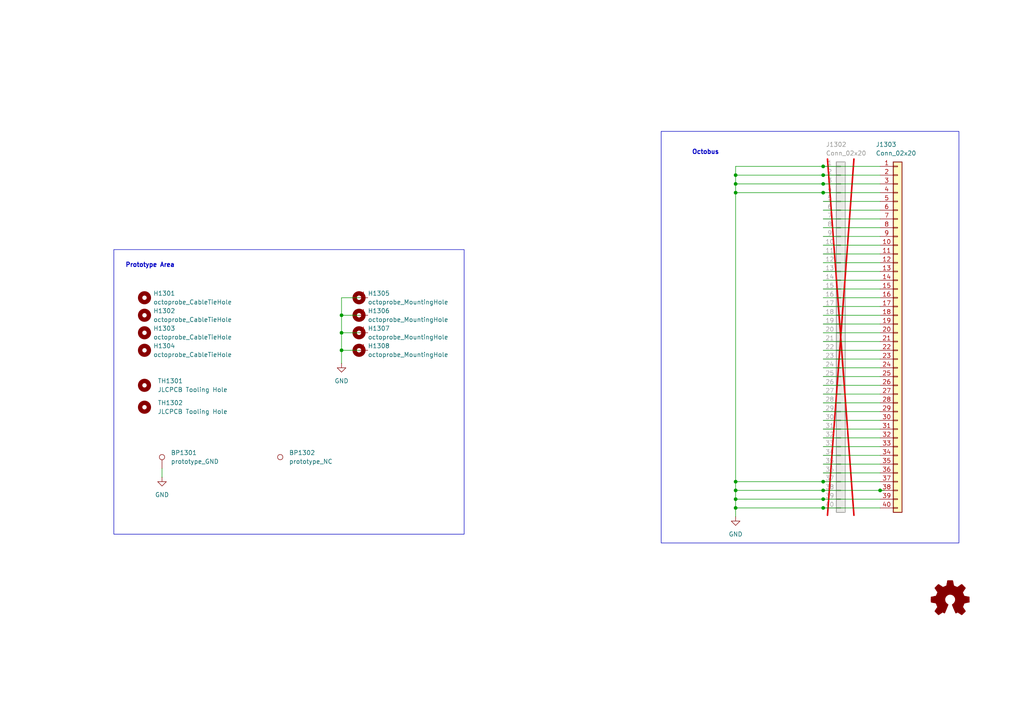
<source format=kicad_sch>
(kicad_sch (version 20231120) (generator "eeschema") (generator_version "8.0")
  (paper "A4")
  (title_block (title "Octoprobe tentacle") (date "2025-02-13") (rev "0.4") (company "Hans Märki, Märki Informatik") (comment 1 "The MIT License (MIT)"))
  (lib_symbols
    (symbol "00_project_library:JLCPCB_ToolingHole" (pin_numbers hide) (pin_names (offset 0) hide) (in_bom no)
      (property "Reference" "TH" (at 3.81 1.27 0))
      (property "Value" "JLCPCB Tooling Hole" (at 3.81 -1.27 0))
      (symbol "JLCPCB_ToolingHole_0_1"
        (circle (center 0 0) (radius 1.27) (stroke (width 1.27)))
      )
    )
    (symbol "00_project_library:octoprobe_CableTieHole" (pin_numbers hide) (pin_names (offset 0) hide) (in_bom no)
      (property "Reference" "H" (at 0 5.08 0))
      (property "Value" "octoprobe_CableTieHole" (at 0 3.175 0))
      (symbol "octoprobe_CableTieHole_0_1"
        (circle (center 0 0) (radius 1.27) (stroke (width 1.27)))
      )
    )
    (symbol "00_project_library:octoprobe_MountingHole" (pin_names (offset 1.016))
      (property "Reference" "H" (at 0 5.08 0))
      (property "Value" "octoprobe_MountingHole" (at 0 3.175 0))
      (symbol "octoprobe_MountingHole_0_0"
        (pin power_in line (at 0 0 0) (length 2.54) (name "") (number "1"))
      )
      (symbol "octoprobe_MountingHole_0_1"
        (circle (center 0 0) (radius 1.27) (stroke (width 1.27)))
      )
    )
    (symbol "00_project_library:octoprobe_breakout_BP" (pin_numbers hide) (pin_names (offset 0.762) hide)
      (property "Reference" "BP" (at 0 6.858 0))
      (property "Value" "octoprobe_prototype_board" (at 0 5.08 0))
      (symbol "octoprobe_breakout_BP_0_1"
        (circle (center 0 3.302) (radius 0.762))
      )
      (symbol "octoprobe_breakout_BP_1_1"
        (pin passive line (at 0 0 90) (length 2.54) (name "1") (number "1"))
      )
    )
    (symbol "00_project_library:octoprobe_breakout_PB_NC" (pin_numbers hide) (pin_names (offset 0.762) hide)
      (property "Reference" "BP" (at 0 6.858 0))
      (property "Value" "octoprobe_prototype_board" (at 0 5.08 0))
      (symbol "octoprobe_breakout_PB_NC_0_1"
        (circle (center 0 3.302) (radius 0.762))
      )
    )
    (symbol "Connector_Generic:Conn_01x40" (pin_names (offset 1.016) hide)
      (property "Reference" "J" (at 0 50.8 0))
      (property "Value" "Conn_01x40" (at 0 -53.34 0))
      (symbol "Conn_01x40_1_1"
        (rectangle (start -1.27 -50.673) (end 0 -50.927) (stroke (width 0.1524)))
        (rectangle (start -1.27 -48.133) (end 0 -48.387) (stroke (width 0.1524)))
        (rectangle (start -1.27 -45.593) (end 0 -45.847) (stroke (width 0.1524)))
        (rectangle (start -1.27 -43.053) (end 0 -43.307) (stroke (width 0.1524)))
        (rectangle (start -1.27 -40.513) (end 0 -40.767) (stroke (width 0.1524)))
        (rectangle (start -1.27 -37.973) (end 0 -38.227) (stroke (width 0.1524)))
        (rectangle (start -1.27 -35.433) (end 0 -35.687) (stroke (width 0.1524)))
        (rectangle (start -1.27 -32.893) (end 0 -33.147) (stroke (width 0.1524)))
        (rectangle (start -1.27 -30.353) (end 0 -30.607) (stroke (width 0.1524)))
        (rectangle (start -1.27 -27.813) (end 0 -28.067) (stroke (width 0.1524)))
        (rectangle (start -1.27 -25.273) (end 0 -25.527) (stroke (width 0.1524)))
        (rectangle (start -1.27 -22.733) (end 0 -22.987) (stroke (width 0.1524)))
        (rectangle (start -1.27 -20.193) (end 0 -20.447) (stroke (width 0.1524)))
        (rectangle (start -1.27 -17.653) (end 0 -17.907) (stroke (width 0.1524)))
        (rectangle (start -1.27 -15.113) (end 0 -15.367) (stroke (width 0.1524)))
        (rectangle (start -1.27 -12.573) (end 0 -12.827) (stroke (width 0.1524)))
        (rectangle (start -1.27 -10.033) (end 0 -10.287) (stroke (width 0.1524)))
        (rectangle (start -1.27 -7.493) (end 0 -7.747) (stroke (width 0.1524)))
        (rectangle (start -1.27 -4.953) (end 0 -5.207) (stroke (width 0.1524)))
        (rectangle (start -1.27 -2.413) (end 0 -2.667) (stroke (width 0.1524)))
        (rectangle (start -1.27 0.127) (end 0 -0.127) (stroke (width 0.1524)))
        (rectangle (start -1.27 2.667) (end 0 2.413) (stroke (width 0.1524)))
        (rectangle (start -1.27 5.207) (end 0 4.953) (stroke (width 0.1524)))
        (rectangle (start -1.27 7.747) (end 0 7.493) (stroke (width 0.1524)))
        (rectangle (start -1.27 10.287) (end 0 10.033) (stroke (width 0.1524)))
        (rectangle (start -1.27 12.827) (end 0 12.573) (stroke (width 0.1524)))
        (rectangle (start -1.27 15.367) (end 0 15.113) (stroke (width 0.1524)))
        (rectangle (start -1.27 17.907) (end 0 17.653) (stroke (width 0.1524)))
        (rectangle (start -1.27 20.447) (end 0 20.193) (stroke (width 0.1524)))
        (rectangle (start -1.27 22.987) (end 0 22.733) (stroke (width 0.1524)))
        (rectangle (start -1.27 25.527) (end 0 25.273) (stroke (width 0.1524)))
        (rectangle (start -1.27 28.067) (end 0 27.813) (stroke (width 0.1524)))
        (rectangle (start -1.27 30.607) (end 0 30.353) (stroke (width 0.1524)))
        (rectangle (start -1.27 33.147) (end 0 32.893) (stroke (width 0.1524)))
        (rectangle (start -1.27 35.687) (end 0 35.433) (stroke (width 0.1524)))
        (rectangle (start -1.27 38.227) (end 0 37.973) (stroke (width 0.1524)))
        (rectangle (start -1.27 40.767) (end 0 40.513) (stroke (width 0.1524)))
        (rectangle (start -1.27 43.307) (end 0 43.053) (stroke (width 0.1524)))
        (rectangle (start -1.27 45.847) (end 0 45.593) (stroke (width 0.1524)))
        (rectangle (start -1.27 48.387) (end 0 48.133) (stroke (width 0.1524)))
        (rectangle (start -1.27 49.53) (end 1.27 -52.07) (stroke (width 0.254)) (fill (type background)))
        (pin passive line (at -5.08 48.26 0) (length 3.81) (name "Pin_1") (number "1"))
        (pin passive line (at -5.08 25.4 0) (length 3.81) (name "Pin_10") (number "10"))
        (pin passive line (at -5.08 22.86 0) (length 3.81) (name "Pin_11") (number "11"))
        (pin passive line (at -5.08 20.32 0) (length 3.81) (name "Pin_12") (number "12"))
        (pin passive line (at -5.08 17.78 0) (length 3.81) (name "Pin_13") (number "13"))
        (pin passive line (at -5.08 15.24 0) (length 3.81) (name "Pin_14") (number "14"))
        (pin passive line (at -5.08 12.7 0) (length 3.81) (name "Pin_15") (number "15"))
        (pin passive line (at -5.08 10.16 0) (length 3.81) (name "Pin_16") (number "16"))
        (pin passive line (at -5.08 7.62 0) (length 3.81) (name "Pin_17") (number "17"))
        (pin passive line (at -5.08 5.08 0) (length 3.81) (name "Pin_18") (number "18"))
        (pin passive line (at -5.08 2.54 0) (length 3.81) (name "Pin_19") (number "19"))
        (pin passive line (at -5.08 45.72 0) (length 3.81) (name "Pin_2") (number "2"))
        (pin passive line (at -5.08 0 0) (length 3.81) (name "Pin_20") (number "20"))
        (pin passive line (at -5.08 -2.54 0) (length 3.81) (name "Pin_21") (number "21"))
        (pin passive line (at -5.08 -5.08 0) (length 3.81) (name "Pin_22") (number "22"))
        (pin passive line (at -5.08 -7.62 0) (length 3.81) (name "Pin_23") (number "23"))
        (pin passive line (at -5.08 -10.16 0) (length 3.81) (name "Pin_24") (number "24"))
        (pin passive line (at -5.08 -12.7 0) (length 3.81) (name "Pin_25") (number "25"))
        (pin passive line (at -5.08 -15.24 0) (length 3.81) (name "Pin_26") (number "26"))
        (pin passive line (at -5.08 -17.78 0) (length 3.81) (name "Pin_27") (number "27"))
        (pin passive line (at -5.08 -20.32 0) (length 3.81) (name "Pin_28") (number "28"))
        (pin passive line (at -5.08 -22.86 0) (length 3.81) (name "Pin_29") (number "29"))
        (pin passive line (at -5.08 43.18 0) (length 3.81) (name "Pin_3") (number "3"))
        (pin passive line (at -5.08 -25.4 0) (length 3.81) (name "Pin_30") (number "30"))
        (pin passive line (at -5.08 -27.94 0) (length 3.81) (name "Pin_31") (number "31"))
        (pin passive line (at -5.08 -30.48 0) (length 3.81) (name "Pin_32") (number "32"))
        (pin passive line (at -5.08 -33.02 0) (length 3.81) (name "Pin_33") (number "33"))
        (pin passive line (at -5.08 -35.56 0) (length 3.81) (name "Pin_34") (number "34"))
        (pin passive line (at -5.08 -38.1 0) (length 3.81) (name "Pin_35") (number "35"))
        (pin passive line (at -5.08 -40.64 0) (length 3.81) (name "Pin_36") (number "36"))
        (pin passive line (at -5.08 -43.18 0) (length 3.81) (name "Pin_37") (number "37"))
        (pin passive line (at -5.08 -45.72 0) (length 3.81) (name "Pin_38") (number "38"))
        (pin passive line (at -5.08 -48.26 0) (length 3.81) (name "Pin_39") (number "39"))
        (pin passive line (at -5.08 40.64 0) (length 3.81) (name "Pin_4") (number "4"))
        (pin passive line (at -5.08 -50.8 0) (length 3.81) (name "Pin_40") (number "40"))
        (pin passive line (at -5.08 38.1 0) (length 3.81) (name "Pin_5") (number "5"))
        (pin passive line (at -5.08 35.56 0) (length 3.81) (name "Pin_6") (number "6"))
        (pin passive line (at -5.08 33.02 0) (length 3.81) (name "Pin_7") (number "7"))
        (pin passive line (at -5.08 30.48 0) (length 3.81) (name "Pin_8") (number "8"))
        (pin passive line (at -5.08 27.94 0) (length 3.81) (name "Pin_9") (number "9"))
      )
    )
    (symbol "Graphic:Logo_Open_Hardware_Small" (in_bom no) (on_board no)
      (symbol "Logo_Open_Hardware_Small_0_1"
        (polyline (pts (xy 3.3528 -4.3434) (xy 3.302 -4.318) (xy 3.175 -4.2418) (xy 2.9972 -4.1148) (xy 2.7686 -3.9624) (xy 2.54 -3.81) (xy 2.3622 -3.7084) (xy 2.2352 -3.6068) (xy 2.1844 -3.5814) (xy 2.159 -3.6068) (xy 2.0574 -3.6576) (xy 1.905 -3.7338) (xy 1.8034 -3.7846) (xy 1.6764 -3.8354) (xy 1.6002 -3.8354) (xy 1.6002 -3.8354) (xy 1.5494 -3.7338) (xy 1.4732 -3.5306) (xy 1.3462 -3.302) (xy 1.2446 -3.0226) (xy 1.1176 -2.7178) (xy 0.9652 -2.413) (xy 0.8636 -2.1082) (xy 0.7366 -1.8288) (xy 0.6604 -1.6256) (xy 0.6096 -1.4732) (xy 0.5842 -1.397) (xy 0.5842 -1.397) (xy 0.6604 -1.3208) (xy 0.7874 -1.2446) (xy 1.0414 -1.016) (xy 1.2954 -0.6858) (xy 1.4478 -0.3302) (xy 1.524 0.0762) (xy 1.4732 0.4572) (xy 1.3208 0.8128) (xy 1.0668 1.143) (xy 0.762 1.3716) (xy 0.4064 1.524) (xy 0 1.5748) (xy -0.381 1.5494) (xy -0.7366 1.397) (xy -1.0668 1.143) (xy -1.2192 0.9906) (xy -1.397 0.6604) (xy -1.524 0.3048) (xy -1.524 0.2286) (xy -1.4986 -0.1778) (xy -1.397 -0.5334) (xy -1.1938 -0.8636) (xy -0.9144 -1.143) (xy -0.8636 -1.1684) (xy -0.7366 -1.27) (xy -0.635 -1.3462) (xy -0.5842 -1.397) (xy -1.0668 -2.5908) (xy -1.143 -2.794) (xy -1.2954 -3.1242) (xy -1.397 -3.4036) (xy -1.4986 -3.6322) (xy -1.5748 -3.7846) (xy -1.6002 -3.8354) (xy -1.6002 -3.8354) (xy -1.651 -3.8354) (xy -1.7272 -3.81) (xy -1.905 -3.7338) (xy -2.0066 -3.683) (xy -2.1336 -3.6068) (xy -2.2098 -3.5814) (xy -2.2606 -3.6068) (xy -2.3622 -3.683) (xy -2.54 -3.81) (xy -2.7686 -3.9624) (xy -2.9718 -4.0894) (xy -3.1496 -4.2164) (xy -3.302 -4.318) (xy -3.3528 -4.3434) (xy -3.3782 -4.3434) (xy -3.429 -4.318) (xy -3.5306 -4.2164) (xy -3.7084 -4.064) (xy -3.937 -3.8354) (xy -3.9624 -3.81) (xy -4.1656 -3.6068) (xy -4.318 -3.4544) (xy -4.4196 -3.3274) (xy -4.445 -3.2766) (xy -4.445 -3.2766) (xy -4.4196 -3.2258) (xy -4.318 -3.0734) (xy -4.2164 -2.8956) (xy -4.064 -2.667) (xy -3.6576 -2.0828) (xy -3.8862 -1.5494) (xy -3.937 -1.3716) (xy -4.0386 -1.1684) (xy -4.0894 -1.0414) (xy -4.1148 -0.9652) (xy -4.191 -0.9398) (xy -4.318 -0.9144) (xy -4.5466 -0.8636) (xy -4.8006 -0.8128) (xy -5.0546 -0.7874) (xy -5.2578 -0.7366) (xy -5.4356 -0.7112) (xy -5.5118 -0.6858) (xy -5.5118 -0.6858) (xy -5.5372 -0.635) (xy -5.5372 -0.5588) (xy -5.5372 -0.4318) (xy -5.5626 -0.2286) (xy -5.5626 0.0762) (xy -5.5626 0.127) (xy -5.5372 0.4064) (xy -5.5372 0.635) (xy -5.5372 0.762) (xy -5.5372 0.8382) (xy -5.5372 0.8382) (xy -5.461 0.8382) (xy -5.3086 0.889) (xy -5.08 0.9144) (xy -4.826 0.9652) (xy -4.8006 0.9906) (xy -4.5466 1.0414) (xy -4.318 1.0668) (xy -4.1656 1.1176) (xy -4.0894 1.143) (xy -4.0894 1.143) (xy -4.0386 1.2446) (xy -3.9624 1.4224) (xy -3.8608 1.6256) (xy -3.7846 1.8288) (xy -3.7084 2.0066) (xy -3.6576 2.159) (xy -3.6322 2.2098) (xy -3.6322 2.2098) (xy -3.683 2.286) (xy -3.7592 2.413) (xy -3.8862 2.5908) (xy -4.064 2.8194) (xy -4.064 2.8448) (xy -4.2164 3.0734) (xy -4.3434 3.2512) (xy -4.4196 3.3782) (xy -4.445 3.4544) (xy -4.445 3.4544) (xy -4.3942 3.5052) (xy -4.2926 3.6322) (xy -4.1148 3.81) (xy -3.937 4.0132) (xy -3.8608 4.064) (xy -3.6576 4.2926) (xy -3.5052 4.4196) (xy -3.4036 4.4958) (xy -3.3528 4.5212) (xy -3.3528 4.5212) (xy -3.302 4.4704) (xy -3.1496 4.3688) (xy -2.9718 4.2418) (xy -2.7432 4.0894) (xy -2.7178 4.0894) (xy -2.4892 3.937) (xy -2.3114 3.81) (xy -2.1844 3.7084) (xy -2.1336 3.683) (xy -2.1082 3.683) (xy -2.032 3.7084) (xy -1.8542 3.7592) (xy -1.6764 3.8354) (xy -1.4732 3.937) (xy -1.27 4.0132) (xy -1.143 4.064) (xy -1.0668 4.1148) (xy -1.0668 4.1148) (xy -1.0414 4.191) (xy -1.016 4.3434) (xy -0.9652 4.572) (xy -0.9144 4.8514) (xy -0.889 4.9022) (xy -0.8382 5.1562) (xy -0.8128 5.3848) (xy -0.7874 5.5372) (xy -0.762 5.588) (xy -0.7112 5.6134) (xy -0.5842 5.6134) (xy -0.4064 5.6134) (xy -0.1524 5.6134) (xy 0.0762 5.6134) (xy 0.3302 5.6134) (xy 0.5334 5.6134) (xy 0.6858 5.588) (xy 0.7366 5.588) (xy 0.7366 5.588) (xy 0.762 5.5118) (xy 0.8128 5.334) (xy 0.8382 5.1054) (xy 0.9144 4.826) (xy 0.9144 4.7752) (xy 0.9652 4.5212) (xy 1.016 4.2926) (xy 1.0414 4.1402) (xy 1.0668 4.0894) (xy 1.0668 4.0894) (xy 1.1938 4.0386) (xy 1.3716 3.9624) (xy 1.5748 3.8608) (xy 2.0828 3.6576) (xy 2.7178 4.0894) (xy 2.7686 4.1402) (xy 2.9972 4.2926) (xy 3.175 4.4196) (xy 3.302 4.4958) (xy 3.3782 4.5212) (xy 3.3782 4.5212) (xy 3.429 4.4704) (xy 3.556 4.3434) (xy 3.7338 4.191) (xy 3.9116 3.9878) (xy 4.064 3.8354) (xy 4.2418 3.6576) (xy 4.3434 3.556) (xy 4.4196 3.4798) (xy 4.4196 3.429) (xy 4.4196 3.4036) (xy 4.3942 3.3274) (xy 4.2926 3.2004) (xy 4.1656 2.9972) (xy 4.0132 2.794) (xy 3.8862 2.5908) (xy 3.7592 2.3876) (xy 3.6576 2.2352) (xy 3.6322 2.159) (xy 3.6322 2.1336) (xy 3.683 2.0066) (xy 3.7592 1.8288) (xy 3.8608 1.6002) (xy 4.064 1.1176) (xy 4.3942 1.0414) (xy 4.5974 1.016) (xy 4.8768 0.9652) (xy 5.1308 0.9144) (xy 5.5372 0.8382) (xy 5.5626 -0.6604) (xy 5.4864 -0.6858) (xy 5.4356 -0.6858) (xy 5.2832 -0.7366) (xy 5.0546 -0.762) (xy 4.8006 -0.8128) (xy 4.5974 -0.8636) (xy 4.3688 -0.9144) (xy 4.2164 -0.9398) (xy 4.1402 -0.9398) (xy 4.1148 -0.9652) (xy 4.064 -1.0668) (xy 3.9878 -1.2446) (xy 3.9116 -1.4478) (xy 3.81 -1.651) (xy 3.7338 -1.8542) (xy 3.683 -2.0066) (xy 3.6576 -2.0828) (xy 3.683 -2.1336) (xy 3.7846 -2.2606) (xy 3.8862 -2.4638) (xy 4.0386 -2.667) (xy 4.191 -2.8956) (xy 4.318 -3.0734) (xy 4.3942 -3.2004) (xy 4.445 -3.2766) (xy 4.4196 -3.3274) (xy 4.3434 -3.429) (xy 4.1656 -3.5814) (xy 3.937 -3.8354) (xy 3.8862 -3.8608) (xy 3.683 -4.064) (xy 3.5306 -4.2164) (xy 3.4036 -4.318) (xy 3.3528 -4.3434)) (fill (type outline)))
      )
    )
    (symbol "power:GND" (power) (pin_numbers hide) (pin_names (offset 0) hide)
      (property "Value" "GND" (at 0 -3.81 0))
      (symbol "GND_0_1"
        (polyline (pts (xy 0 0) (xy 0 -1.27) (xy 1.27 -1.27) (xy 0 -2.54) (xy -1.27 -1.27) (xy 0 -1.27)))
      )
      (symbol "GND_1_1"
        (pin power_in line (at 0 0 270) (length 0) (name "~") (number "1"))
      )
    )
  )
  (junction (at 99.06 91.44))
  (junction (at 238.76 55.88))
  (junction (at 238.76 144.78))
  (junction (at 213.36 142.24))
  (junction (at 238.76 50.8))
  (junction (at 238.76 142.24))
  (junction (at 99.06 96.52))
  (junction (at 213.36 144.78))
  (junction (at 238.76 53.34))
  (junction (at 213.36 53.34))
  (junction (at 255.27 142.24))
  (junction (at 238.76 48.26))
  (junction (at 213.36 50.8))
  (junction (at 213.36 139.7))
  (junction (at 238.76 147.32))
  (junction (at 99.06 101.6))
  (junction (at 213.36 147.32))
  (junction (at 213.36 55.88))
  (junction (at 238.76 139.7))
  (wire (pts (xy 238.76 109.22) (xy 255.27 109.22)))
  (wire (pts (xy 99.06 101.6) (xy 104.14 101.6)))
  (wire (pts (xy 238.76 147.32) (xy 255.27 147.32)))
  (wire (pts (xy 238.76 76.2) (xy 255.27 76.2)))
  (wire (pts (xy 99.06 91.44) (xy 99.06 96.52)))
  (wire (pts (xy 238.76 88.9) (xy 255.27 88.9)))
  (wire (pts (xy 255.27 144.78) (xy 238.76 144.78)))
  (wire (pts (xy 238.76 114.3) (xy 255.27 114.3)))
  (wire (pts (xy 213.36 50.8) (xy 238.76 50.8)))
  (wire (pts (xy 213.36 53.34) (xy 238.76 53.34)))
  (wire (pts (xy 238.76 81.28) (xy 255.27 81.28)))
  (wire (pts (xy 213.36 55.88) (xy 238.76 55.88)))
  (wire (pts (xy 255.27 48.26) (xy 238.76 48.26)))
  (wire (pts (xy 213.36 144.78) (xy 213.36 147.32)))
  (wire (pts (xy 255.27 142.24) (xy 238.76 142.24)))
  (wire (pts (xy 238.76 63.5) (xy 255.27 63.5)))
  (wire (pts (xy 213.36 144.78) (xy 238.76 144.78)))
  (wire (pts (xy 213.36 48.26) (xy 213.36 50.8)))
  (wire (pts (xy 238.76 134.62) (xy 255.27 134.62)))
  (wire (pts (xy 238.76 50.8) (xy 255.27 50.8)))
  (wire (pts (xy 238.76 127) (xy 255.27 127)))
  (wire (pts (xy 99.06 96.52) (xy 99.06 101.6)))
  (wire (pts (xy 238.76 78.74) (xy 255.27 78.74)))
  (wire (pts (xy 255.27 139.7) (xy 238.76 139.7)))
  (wire (pts (xy 238.76 93.98) (xy 255.27 93.98)))
  (wire (pts (xy 99.06 91.44) (xy 104.14 91.44)))
  (wire (pts (xy 238.76 83.82) (xy 255.27 83.82)))
  (wire (pts (xy 213.36 147.32) (xy 238.76 147.32)))
  (wire (pts (xy 238.76 91.44) (xy 255.27 91.44)))
  (wire (pts (xy 238.76 106.68) (xy 255.27 106.68)))
  (wire (pts (xy 213.36 149.86) (xy 213.36 147.32)))
  (wire (pts (xy 213.36 142.24) (xy 213.36 144.78)))
  (wire (pts (xy 238.76 96.52) (xy 255.27 96.52)))
  (wire (pts (xy 256.54 142.24) (xy 255.27 142.24)))
  (wire (pts (xy 238.76 121.92) (xy 255.27 121.92)))
  (wire (pts (xy 238.76 124.46) (xy 255.27 124.46)))
  (wire (pts (xy 238.76 119.38) (xy 255.27 119.38)))
  (wire (pts (xy 213.36 142.24) (xy 238.76 142.24)))
  (wire (pts (xy 238.76 68.58) (xy 255.27 68.58)))
  (wire (pts (xy 213.36 55.88) (xy 213.36 139.7)))
  (wire (pts (xy 238.76 132.08) (xy 255.27 132.08)))
  (wire (pts (xy 99.06 86.36) (xy 99.06 91.44)))
  (wire (pts (xy 238.76 111.76) (xy 255.27 111.76)))
  (wire (pts (xy 213.36 50.8) (xy 213.36 53.34)))
  (wire (pts (xy 238.76 53.34) (xy 255.27 53.34)))
  (wire (pts (xy 238.76 73.66) (xy 255.27 73.66)))
  (wire (pts (xy 46.99 135.89) (xy 46.99 138.43)))
  (wire (pts (xy 99.06 96.52) (xy 104.14 96.52)))
  (wire (pts (xy 238.76 60.96) (xy 255.27 60.96)))
  (wire (pts (xy 213.36 53.34) (xy 213.36 55.88)))
  (wire (pts (xy 238.76 129.54) (xy 255.27 129.54)))
  (wire (pts (xy 238.76 86.36) (xy 255.27 86.36)))
  (wire (pts (xy 238.76 101.6) (xy 255.27 101.6)))
  (wire (pts (xy 238.76 137.16) (xy 255.27 137.16)))
  (wire (pts (xy 238.76 71.12) (xy 255.27 71.12)))
  (wire (pts (xy 99.06 101.6) (xy 99.06 105.41)))
  (wire (pts (xy 238.76 66.04) (xy 255.27 66.04)))
  (wire (pts (xy 213.36 139.7) (xy 213.36 142.24)))
  (wire (pts (xy 238.76 99.06) (xy 255.27 99.06)))
  (wire (pts (xy 238.76 55.88) (xy 255.27 55.88)))
  (wire (pts (xy 213.36 139.7) (xy 238.76 139.7)))
  (wire (pts (xy 238.76 116.84) (xy 255.27 116.84)))
  (wire (pts (xy 238.76 104.14) (xy 255.27 104.14)))
  (wire (pts (xy 238.76 58.42) (xy 255.27 58.42)))
  (wire (pts (xy 213.36 48.26) (xy 238.76 48.26)))
  (wire (pts (xy 104.14 86.36) (xy 99.06 86.36)))
  (rectangle (start 191.77 38.1) (end 278.13 157.48))
  (rectangle (start 33.02 72.39) (end 134.62 154.94))
  (text "Octobus" (at 200.66 44.958 0) (effects (font (size 1.27 1.27) (thickness 0.254) (bold yes)) (justify left bottom)))
  (text "Prototype Area" (at 36.322 77.724 0) (effects (font (size 1.27 1.27) (thickness 0.254) (bold yes)) (justify left bottom)))
  (symbol (lib_id "00_project_library:octoprobe_MountingHole") (at 104.14 101.6 0) (unit 1) (in_bom no)
    (property "Reference" "H1308" (at 106.68 100.3299 0) (effects (justify left)))
    (property "Value" "octoprobe_MountingHole" (at 106.68 102.8699 0) (effects (justify left)))
    (property "Footprint" "MountingHole:MountingHole_3.2mm_M3_DIN965_Pad" (effects (hide yes)))
    (property "Description" "Mounting Hole without connection" (effects (hide yes)))
  )
  (symbol (lib_id "00_project_library:octoprobe_MountingHole") (at 104.14 86.36 0) (unit 1) (in_bom no)
    (property "Reference" "H1305" (at 106.68 85.0899 0) (effects (justify left)))
    (property "Value" "octoprobe_MountingHole" (at 106.68 87.6299 0) (effects (justify left)))
    (property "Footprint" "MountingHole:MountingHole_3.2mm_M3_DIN965_Pad" (effects (hide yes)))
    (property "Description" "Mounting Hole without connection" (effects (hide yes)))
  )
  (symbol (lib_id "00_project_library:octoprobe_MountingHole") (at 104.14 91.44 0) (unit 1) (in_bom no)
    (property "Reference" "H1306" (at 106.68 90.1699 0) (effects (justify left)))
    (property "Value" "octoprobe_MountingHole" (at 106.68 92.7099 0) (effects (justify left)))
    (property "Footprint" "MountingHole:MountingHole_3.2mm_M3_DIN965_Pad" (effects (hide yes)))
    (property "Description" "Mounting Hole without connection" (effects (hide yes)))
  )
  (symbol (lib_id "power:GND") (at 99.06 105.41 0) (unit 1)
    (property "Reference" "#PWR01302" (effects (hide yes)))
    (property "Value" "GND" (at 99.06 110.49 0))
    (property "Description" "Power symbol creates a global label with name \"GND\" , ground" (effects (hide yes)))
  )
  (symbol (lib_id "00_project_library:octoprobe_CableTieHole") (at 41.91 96.52 0) (unit 1) (in_bom no)
    (property "Reference" "H1303" (at 44.45 95.2499 0) (effects (justify left)))
    (property "Value" "octoprobe_CableTieHole" (at 44.45 97.7899 0) (effects (justify left)))
    (property "Footprint" "00_project_library:octoprobe_CableTieHole" (effects (hide yes)))
    (property "Description" "Mounting Hole without connection" (effects (hide yes)))
  )
  (symbol (lib_id "Graphic:Logo_Open_Hardware_Small") (at 275.59 173.99 0) (unit 1) (exclude_from_sim yes) (in_bom no) (on_board no)
    (property "Reference" "#SYM1301" (effects (hide yes)))
    (property "Value" "Logo_Open_Hardware_Small" (effects (hide yes)))
    (property "Description" "Open Hardware logo, small" (effects (hide yes)))
  )
  (symbol (lib_id "00_project_library:octoprobe_MountingHole") (at 104.14 96.52 0) (unit 1) (in_bom no)
    (property "Reference" "H1307" (at 106.68 95.2499 0) (effects (justify left)))
    (property "Value" "octoprobe_MountingHole" (at 106.68 97.7899 0) (effects (justify left)))
    (property "Footprint" "MountingHole:MountingHole_3.2mm_M3_DIN965_Pad" (effects (hide yes)))
    (property "Description" "Mounting Hole without connection" (effects (hide yes)))
  )
  (symbol (lib_id "power:GND") (at 46.99 138.43 0) (unit 1)
    (property "Reference" "#PWR01301" (effects (hide yes)))
    (property "Value" "GND" (at 46.99 143.51 0))
    (property "Description" "Power symbol creates a global label with name \"GND\" , ground" (effects (hide yes)))
  )
  (symbol (lib_id "00_project_library:JLCPCB_ToolingHole") (at 41.91 118.11 0) (unit 1) (in_bom no)
    (property "Reference" "TH1302" (at 45.72 116.84 0) (effects (justify left)))
    (property "Value" "JLCPCB Tooling Hole" (at 45.72 119.38 0) (effects (justify left)))
    (property "Footprint" "00_project_library:JLCPCB_ToolingHole" (effects (hide yes)))
    (property "Datasheet" "https://jlcpcb.com/help/article/47-How-to-add-tooling-holes-for-PCB-assembly-order" (effects (hide yes)))
    (property "Description" "https://www.youtube.com/watch?v=C7-8nUU6e3E" (effects (hide yes)))
  )
  (symbol (lib_id "00_project_library:JLCPCB_ToolingHole") (at 41.91 111.76 0) (unit 1) (in_bom no)
    (property "Reference" "TH1301" (at 45.72 110.49 0) (effects (justify left)))
    (property "Value" "JLCPCB Tooling Hole" (at 45.72 113.03 0) (effects (justify left)))
    (property "Footprint" "00_project_library:JLCPCB_ToolingHole" (effects (hide yes)))
    (property "Datasheet" "https://jlcpcb.com/help/article/47-How-to-add-tooling-holes-for-PCB-assembly-order" (effects (hide yes)))
    (property "Description" "https://www.youtube.com/watch?v=C7-8nUU6e3E" (effects (hide yes)))
  )
  (symbol (lib_id "00_project_library:octoprobe_CableTieHole") (at 41.91 86.36 0) (unit 1) (in_bom no)
    (property "Reference" "H1301" (at 44.45 85.0899 0) (effects (justify left)))
    (property "Value" "octoprobe_CableTieHole" (at 44.45 87.6299 0) (effects (justify left)))
    (property "Footprint" "00_project_library:octoprobe_CableTieHole" (effects (hide yes)))
    (property "Description" "Mounting Hole without connection" (effects (hide yes)))
  )
  (symbol (lib_id "power:GND") (at 213.36 149.86 0) (unit 1)
    (property "Reference" "#PWR01303" (effects (hide yes)))
    (property "Value" "GND" (at 213.36 154.94 0))
    (property "Description" "Power symbol creates a global label with name \"GND\" , ground" (effects (hide yes)))
  )
  (symbol (lib_id "00_project_library:octoprobe_CableTieHole") (at 41.91 91.44 0) (unit 1) (in_bom no)
    (property "Reference" "H1302" (at 44.45 90.1699 0) (effects (justify left)))
    (property "Value" "octoprobe_CableTieHole" (at 44.45 92.7099 0) (effects (justify left)))
    (property "Footprint" "00_project_library:octoprobe_CableTieHole" (effects (hide yes)))
    (property "Description" "Mounting Hole without connection" (effects (hide yes)))
  )
  (symbol (lib_id "00_project_library:octoprobe_breakout_BP") (at 46.99 135.89 0) (unit 1) (in_bom no)
    (property "Reference" "BP1301" (at 49.53 131.3179 0) (effects (justify left)))
    (property "Value" "prototype_GND" (at 49.53 133.8579 0) (effects (justify left)))
    (property "Footprint" "00_project_library:octoprobe_breakout_PB" (effects (hide yes)))
    (property "Datasheet" "https://www.roth-elektronik.com/de/produkte/detail/artnr/RE233-LF/category/Laborkarten+Dual+Inline" (effects (hide yes)))
    (property "Description" "Octoprobe Prototype Board" (effects (hide yes)))
  )
  (symbol (lib_id "Connector_Generic:Conn_01x40") (at 260.35 96.52 0) (unit 1) (in_bom no)
    (property "Reference" "J1303" (at 254 41.91 0) (effects (justify left)))
    (property "Value" "Conn_02x20" (at 254 44.45 0) (effects (justify left)))
    (property "Footprint" "00_project_library:PinSocket_2x20_P2.54mm_Vertical-stackable_squarepad" (effects (hide yes)))
    (property "Description" "Generic connector, single row, 01x40, script generated (kicad-library-utils/schlib/autogen/connector/)" (effects (hide yes)))
  )
  (symbol (lib_id "00_project_library:octoprobe_CableTieHole") (at 41.91 101.6 0) (unit 1) (in_bom no)
    (property "Reference" "H1304" (at 44.45 100.3299 0) (effects (justify left)))
    (property "Value" "octoprobe_CableTieHole" (at 44.45 102.8699 0) (effects (justify left)))
    (property "Footprint" "00_project_library:octoprobe_CableTieHole" (effects (hide yes)))
    (property "Description" "Mounting Hole without connection" (effects (hide yes)))
  )
  (symbol (lib_id "Connector_Generic:Conn_01x40") (at 243.84 96.52 0) (unit 1) (in_bom no) (dnp yes)
    (property "Reference" "J1302" (at 239.522 41.91 0) (effects (justify left)))
    (property "Value" "Conn_02x20" (at 239.522 44.45 0) (effects (justify left)))
    (property "Footprint" "00_project_library:PinSocket_2x20_P2.54mm_Vertical-stackable_squarepad" (effects (hide yes)))
    (property "Description" "Generic connector, single row, 01x40, script generated (kicad-library-utils/schlib/autogen/connector/)" (effects (hide yes)))
  )
  (symbol (lib_id "00_project_library:octoprobe_breakout_PB_NC") (at 81.28 135.89 0) (unit 1) (in_bom no)
    (property "Reference" "BP1302" (at 83.82 131.3179 0) (effects (justify left)))
    (property "Value" "prototype_NC" (at 83.82 133.8579 0) (effects (justify left)))
    (property "Footprint" "00_project_library:octoprobe_breakout_PB_NC" (effects (hide yes)))
    (property "Datasheet" "https://www.roth-elektronik.com/de/produkte/detail/artnr/RE233-LF/category/Laborkarten+Dual+Inline" (effects (hide yes)))
    (property "Description" "Octoprobe Prototype Board" (effects (hide yes)))
  )
)
</source>
